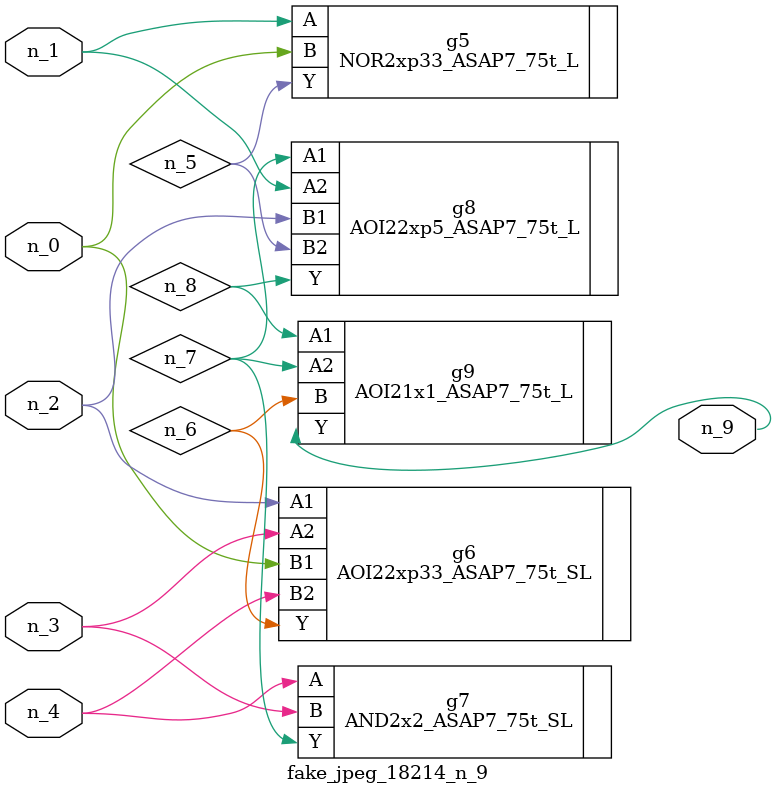
<source format=v>
module fake_jpeg_18214_n_9 (n_3, n_2, n_1, n_0, n_4, n_9);

input n_3;
input n_2;
input n_1;
input n_0;
input n_4;

output n_9;

wire n_8;
wire n_6;
wire n_5;
wire n_7;

NOR2xp33_ASAP7_75t_L g5 ( 
.A(n_1),
.B(n_0),
.Y(n_5)
);

AOI22xp33_ASAP7_75t_SL g6 ( 
.A1(n_2),
.A2(n_3),
.B1(n_0),
.B2(n_4),
.Y(n_6)
);

AND2x2_ASAP7_75t_SL g7 ( 
.A(n_4),
.B(n_3),
.Y(n_7)
);

AOI22xp5_ASAP7_75t_L g8 ( 
.A1(n_7),
.A2(n_1),
.B1(n_2),
.B2(n_5),
.Y(n_8)
);

AOI21x1_ASAP7_75t_L g9 ( 
.A1(n_8),
.A2(n_7),
.B(n_6),
.Y(n_9)
);


endmodule
</source>
